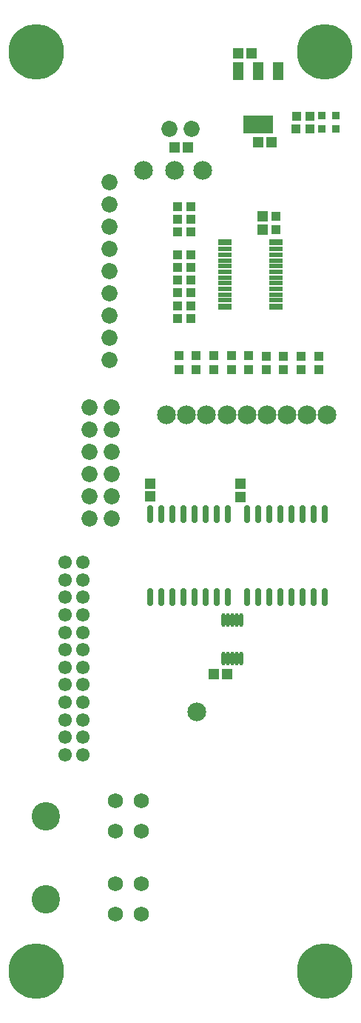
<source format=gts>
G04*
G04 #@! TF.GenerationSoftware,Altium Limited,Altium Designer,20.2.6 (244)*
G04*
G04 Layer_Color=8388736*
%FSLAX25Y25*%
%MOIN*%
G70*
G04*
G04 #@! TF.SameCoordinates,AB67291A-AA9B-40AF-8186-DAF89046D4B2*
G04*
G04*
G04 #@! TF.FilePolarity,Negative*
G04*
G01*
G75*
%ADD30R,0.03937X0.04134*%
%ADD31R,0.05906X0.02165*%
%ADD32R,0.05906X0.02953*%
%ADD33C,0.08465*%
%ADD34R,0.04528X0.04724*%
%ADD35R,0.04528X0.07874*%
%ADD36R,0.13189X0.07874*%
%ADD37R,0.03740X0.03740*%
%ADD38R,0.04724X0.04528*%
%ADD39O,0.02953X0.08071*%
%ADD40R,0.04134X0.03937*%
%ADD41O,0.01772X0.06299*%
%ADD42C,0.06890*%
%ADD43C,0.12795*%
%ADD44C,0.07284*%
%ADD45C,0.06102*%
%ADD46C,0.25000*%
D30*
X81279Y334173D02*
D03*
X87382D02*
D03*
X140952Y402394D02*
D03*
X134850D02*
D03*
X134810Y396602D02*
D03*
X140913D02*
D03*
X87382Y311142D02*
D03*
X81279D02*
D03*
Y322756D02*
D03*
X87382D02*
D03*
X81248Y361700D02*
D03*
X87350D02*
D03*
X81250Y339963D02*
D03*
X87352D02*
D03*
X87382Y316850D02*
D03*
X81279D02*
D03*
X87382Y328465D02*
D03*
X81279D02*
D03*
X87350Y355991D02*
D03*
X81248D02*
D03*
X81250Y350250D02*
D03*
X87352D02*
D03*
D31*
X125650Y319508D02*
D03*
Y322067D02*
D03*
Y327185D02*
D03*
Y329744D02*
D03*
X102618Y339980D02*
D03*
Y342539D02*
D03*
Y337421D02*
D03*
Y334862D02*
D03*
Y322067D02*
D03*
Y332303D02*
D03*
Y329744D02*
D03*
Y327185D02*
D03*
Y324626D02*
D03*
Y319508D02*
D03*
X125650Y342539D02*
D03*
Y339980D02*
D03*
Y337421D02*
D03*
Y334862D02*
D03*
Y332303D02*
D03*
Y324626D02*
D03*
D32*
X102618Y345492D02*
D03*
Y316555D02*
D03*
X125650Y345492D02*
D03*
Y316555D02*
D03*
D33*
X89950Y134150D02*
D03*
X79900Y377953D02*
D03*
X65900D02*
D03*
X121575Y267795D02*
D03*
X85433Y267795D02*
D03*
X94488Y267795D02*
D03*
X76378D02*
D03*
X103543Y267795D02*
D03*
X112598D02*
D03*
X130748Y267795D02*
D03*
X139764Y267795D02*
D03*
X148819D02*
D03*
X92520Y377953D02*
D03*
D34*
X109622Y231063D02*
D03*
Y236968D02*
D03*
X69100Y237053D02*
D03*
Y231147D02*
D03*
X119685Y351279D02*
D03*
Y357185D02*
D03*
D35*
X126770Y422637D02*
D03*
X117715D02*
D03*
X108660D02*
D03*
D36*
X117715Y398424D02*
D03*
D37*
X152625Y396602D02*
D03*
X146326D02*
D03*
X152665Y402591D02*
D03*
X146365D02*
D03*
D38*
X108699Y430426D02*
D03*
X114605D02*
D03*
X117754Y390649D02*
D03*
X123660D02*
D03*
X85903Y388300D02*
D03*
X79997D02*
D03*
X97647Y151300D02*
D03*
X103553D02*
D03*
D39*
X103980Y223307D02*
D03*
X98980D02*
D03*
X93980D02*
D03*
X88980D02*
D03*
X83980D02*
D03*
X78980D02*
D03*
X73980D02*
D03*
X68980D02*
D03*
X103980Y185906D02*
D03*
X98980D02*
D03*
X93980D02*
D03*
X88980D02*
D03*
X83980D02*
D03*
X78980D02*
D03*
X73980D02*
D03*
X68980D02*
D03*
X147563Y223268D02*
D03*
X142563D02*
D03*
X137563D02*
D03*
X132563D02*
D03*
X127563D02*
D03*
X122563D02*
D03*
X117563D02*
D03*
X112563D02*
D03*
X147563Y185866D02*
D03*
X142563D02*
D03*
X137563D02*
D03*
X132563D02*
D03*
X127563D02*
D03*
X122563D02*
D03*
X117563D02*
D03*
X112563D02*
D03*
D40*
X105512Y288386D02*
D03*
Y294488D02*
D03*
X113386Y288386D02*
D03*
Y294488D02*
D03*
X121260Y294350D02*
D03*
Y288248D02*
D03*
X129134Y294350D02*
D03*
Y288248D02*
D03*
X137008Y294350D02*
D03*
Y288248D02*
D03*
X144882D02*
D03*
Y294350D02*
D03*
X81890Y288386D02*
D03*
Y294488D02*
D03*
X89764Y288386D02*
D03*
Y294488D02*
D03*
X125591Y351181D02*
D03*
Y357283D02*
D03*
X97638Y288386D02*
D03*
Y294488D02*
D03*
D41*
X102056Y158335D02*
D03*
X104024D02*
D03*
X105993D02*
D03*
X107961D02*
D03*
X109930D02*
D03*
X102056Y175658D02*
D03*
X104024D02*
D03*
X105993D02*
D03*
X107961D02*
D03*
X109930D02*
D03*
D42*
X65000Y94291D02*
D03*
Y80512D02*
D03*
X53189D02*
D03*
Y94291D02*
D03*
X53189Y56890D02*
D03*
Y43110D02*
D03*
X65000D02*
D03*
Y56890D02*
D03*
D43*
X22047Y87402D02*
D03*
X22047Y50000D02*
D03*
D44*
X50748Y292559D02*
D03*
Y302559D02*
D03*
Y312559D02*
D03*
Y322559D02*
D03*
Y332559D02*
D03*
Y342559D02*
D03*
Y352559D02*
D03*
Y362559D02*
D03*
Y372559D02*
D03*
X87677Y396535D02*
D03*
X77677D02*
D03*
X41653Y271142D02*
D03*
Y261142D02*
D03*
Y251142D02*
D03*
Y241142D02*
D03*
Y231142D02*
D03*
X51653Y261142D02*
D03*
Y221142D02*
D03*
Y231142D02*
D03*
Y241142D02*
D03*
Y251142D02*
D03*
Y271142D02*
D03*
X41653Y221142D02*
D03*
D45*
X38583Y114961D02*
D03*
Y122835D02*
D03*
Y130709D02*
D03*
Y138583D02*
D03*
Y146457D02*
D03*
Y154331D02*
D03*
Y162205D02*
D03*
Y170079D02*
D03*
Y177953D02*
D03*
Y185827D02*
D03*
Y193701D02*
D03*
Y201575D02*
D03*
X30709Y201575D02*
D03*
Y193701D02*
D03*
Y185827D02*
D03*
Y177953D02*
D03*
Y170079D02*
D03*
Y162205D02*
D03*
Y154331D02*
D03*
Y146457D02*
D03*
Y138583D02*
D03*
Y130709D02*
D03*
Y114961D02*
D03*
Y122835D02*
D03*
D46*
X17717Y431102D02*
D03*
X147638D02*
D03*
Y17717D02*
D03*
X17717D02*
D03*
M02*

</source>
